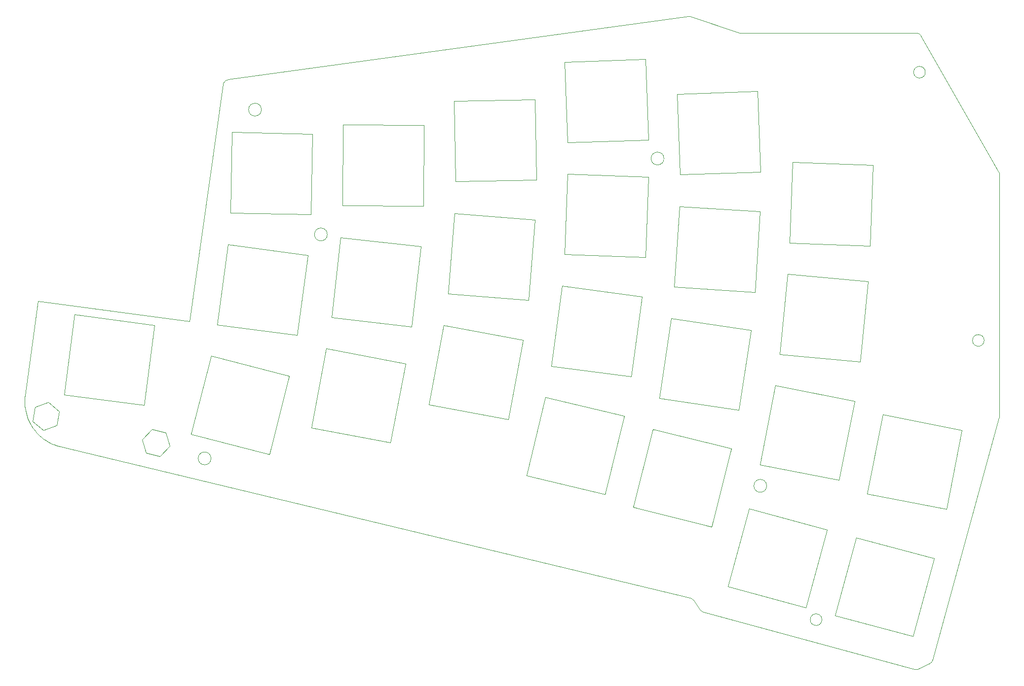
<source format=gbr>
%TF.GenerationSoftware,KiCad,Pcbnew,(6.0.5)*%
%TF.CreationDate,2022-07-11T13:34:44+09:00*%
%TF.ProjectId,ergotonic_f24_top,6572676f-746f-46e6-9963-5f6632345f74,rev?*%
%TF.SameCoordinates,Original*%
%TF.FileFunction,Profile,NP*%
%FSLAX46Y46*%
G04 Gerber Fmt 4.6, Leading zero omitted, Abs format (unit mm)*
G04 Created by KiCad (PCBNEW (6.0.5)) date 2022-07-11 13:34:44*
%MOMM*%
%LPD*%
G01*
G04 APERTURE LIST*
%TA.AperFunction,Profile*%
%ADD10C,0.090000*%
%TD*%
%ADD11C,0.090000*%
G04 APERTURE END LIST*
D10*
X-41900000Y-82000000D02*
G75*
G03*
X-41900000Y-82000000I-1100000J0D01*
G01*
X-32420321Y-104992094D02*
G75*
G03*
X-32420321Y-104992094I-1000000J0D01*
G01*
X-21985831Y-69738421D02*
X-24660219Y-83337653D01*
X-8386599Y-72412808D02*
X-21985831Y-69738421D01*
X-11060986Y-86012041D02*
X-8386599Y-72412808D01*
X-24660219Y-83337653D02*
X-11060986Y-86012041D01*
X-14684000Y-10941762D02*
G75*
G03*
X-14684000Y-10941762I-1000000J0D01*
G01*
X-137230513Y-77292745D02*
G75*
G03*
X-137230513Y-77292745I-1100000J0D01*
G01*
X-128582290Y-17371000D02*
G75*
G03*
X-128582290Y-17371000I-1100000J0D01*
G01*
X-117280307Y-38811769D02*
G75*
G03*
X-117280307Y-38811769I-1100000J0D01*
G01*
X-29487207Y-81037293D02*
X-26822743Y-67436057D01*
X-43088443Y-78372828D02*
X-29487207Y-81037293D01*
X-40423978Y-64771593D02*
X-43088443Y-78372828D01*
X-26822743Y-67436057D02*
X-40423978Y-64771593D01*
X-24132808Y-40747140D02*
X-23643805Y-26895993D01*
X-37983955Y-40258136D02*
X-24132808Y-40747140D01*
X-37494951Y-26406990D02*
X-37983955Y-40258136D01*
X-23643805Y-26895993D02*
X-37494951Y-26406990D01*
X-25844970Y-60699520D02*
X-24533700Y-46901411D01*
X-39643080Y-59388249D02*
X-25844970Y-60699520D01*
X-38331809Y-45590140D02*
X-39643080Y-59388249D01*
X-24533700Y-46901411D02*
X-38331809Y-45590140D01*
X-16768320Y-107863130D02*
X-13154261Y-94482849D01*
X-30148601Y-104249071D02*
X-16768320Y-107863130D01*
X-26534542Y-90868790D02*
X-30148601Y-104249071D01*
X-13154261Y-94482849D02*
X-26534542Y-90868790D01*
X-35158039Y-102895962D02*
X-31543951Y-89515710D01*
X-48538291Y-99281874D02*
X-35158039Y-102895962D01*
X-44924204Y-85901622D02*
X-48538291Y-99281874D01*
X-31543951Y-89515710D02*
X-44924204Y-85901622D01*
X-127244803Y-76573241D02*
X-123799538Y-63147917D01*
X-140670128Y-73127976D02*
X-127244803Y-76573241D01*
X-137224863Y-59702651D02*
X-140670128Y-73127976D01*
X-123799538Y-63147917D02*
X-137224863Y-59702651D01*
X-122430140Y-56137343D02*
X-120603791Y-42397922D01*
X-136169561Y-54310995D02*
X-122430140Y-56137343D01*
X-134343213Y-40571573D02*
X-136169561Y-54310995D01*
X-120603791Y-42397922D02*
X-134343213Y-40571573D01*
X-120070888Y-35385201D02*
X-119799510Y-21528290D01*
X-133927800Y-35113822D02*
X-120070888Y-35385201D01*
X-133656421Y-21256911D02*
X-133927800Y-35113822D01*
X-119799510Y-21528290D02*
X-133656421Y-21256911D01*
X-65114490Y-63246954D02*
X-63277360Y-49509404D01*
X-78852040Y-61409825D02*
X-65114490Y-63246954D01*
X-77014910Y-47672274D02*
X-78852040Y-61409825D01*
X-63277360Y-49509404D02*
X-77014910Y-47672274D01*
X-106426952Y-74603903D02*
X-103817965Y-60991739D01*
X-120039115Y-71994916D02*
X-106426952Y-74603903D01*
X-117430128Y-58382753D02*
X-120039115Y-71994916D01*
X-103817965Y-60991739D02*
X-117430128Y-58382753D01*
X-69598097Y-83473686D02*
X-66369393Y-69995151D01*
X-83076633Y-80244981D02*
X-69598097Y-83473686D01*
X-79847928Y-66766446D02*
X-83076633Y-80244981D01*
X-66369393Y-69995151D02*
X-79847928Y-66766446D01*
X-51324387Y-89040190D02*
X-47972439Y-75591838D01*
X-64772739Y-85688242D02*
X-51324387Y-89040190D01*
X-61420792Y-72239890D02*
X-64772739Y-85688242D01*
X-47972439Y-75591838D02*
X-61420792Y-72239890D01*
X-43908561Y-48704759D02*
X-43033012Y-34872868D01*
X-57740452Y-47829210D02*
X-43908561Y-48704759D01*
X-56864903Y-33997319D02*
X-57740452Y-47829210D01*
X-43033012Y-34872868D02*
X-56864903Y-33997319D01*
X-58310501Y-53204013D02*
X-60360814Y-66911531D01*
X-44602984Y-55254326D02*
X-58310501Y-53204013D01*
X-46653296Y-68961843D02*
X-44602984Y-55254326D01*
X-60360814Y-66911531D02*
X-46653296Y-68961843D01*
X-81426491Y-29471930D02*
X-81682353Y-15614352D01*
X-95284069Y-29727792D02*
X-81426491Y-29471930D01*
X-95539931Y-15870214D02*
X-95284069Y-29727792D01*
X-81682353Y-15614352D02*
X-95539931Y-15870214D01*
X-102786076Y-54653918D02*
X-101205912Y-40884131D01*
X-116555862Y-53073754D02*
X-102786076Y-54653918D01*
X-114975699Y-39303968D02*
X-116555862Y-53073754D01*
X-101205912Y-40884131D02*
X-114975699Y-39303968D01*
X-100784696Y-33923390D02*
X-100715678Y-20063107D01*
X-114644978Y-33854372D02*
X-100784696Y-33923390D01*
X-114575961Y-19994090D02*
X-114644978Y-33854372D01*
X-100715678Y-20063107D02*
X-114575961Y-19994090D01*
X-62216056Y-22556742D02*
X-62694451Y-8704887D01*
X-76067910Y-23035137D02*
X-62216056Y-22556742D01*
X-76546306Y-9183282D02*
X-76067910Y-23035137D01*
X-62694451Y-8704887D02*
X-76546306Y-9183282D01*
X-62707050Y-42743610D02*
X-62218053Y-28892457D01*
X-76558203Y-42254612D02*
X-62707050Y-42743610D01*
X-76069205Y-28403460D02*
X-76558203Y-42254612D01*
X-62218053Y-28892457D02*
X-76069205Y-28403460D01*
X-163703675Y-71603573D02*
X-163294363Y-69213499D01*
X-165978196Y-72444135D02*
X-163703675Y-71603573D01*
X-167843405Y-70894624D02*
X-165978196Y-72444135D01*
X-167434093Y-68504550D02*
X-167843405Y-70894624D01*
X-165159572Y-67663987D02*
X-167434093Y-68504550D01*
X-163294363Y-69213499D02*
X-165159572Y-67663987D01*
X-144333943Y-75178711D02*
X-145014079Y-72851179D01*
X-146009576Y-76931492D02*
X-144333943Y-75178711D01*
X-148365346Y-76356742D02*
X-146009576Y-76931492D01*
X-149045483Y-74029210D02*
X-148365346Y-76356742D01*
X-147369849Y-72276429D02*
X-149045483Y-74029210D01*
X-145014079Y-72851179D02*
X-147369849Y-72276429D01*
X-82744907Y-50087128D02*
X-81637026Y-36271749D01*
X-96560286Y-48979248D02*
X-82744907Y-50087128D01*
X-95452405Y-35163868D02*
X-96560286Y-48979248D01*
X-81637026Y-36271749D02*
X-95452405Y-35163868D01*
X-86230969Y-70573537D02*
X-83666784Y-56953202D01*
X-99851304Y-68009352D02*
X-86230969Y-70573537D01*
X-97287119Y-54389017D02*
X-99851304Y-68009352D01*
X-83666784Y-56953202D02*
X-97287119Y-54389017D01*
X-4586736Y-57018427D02*
G75*
G03*
X-4586736Y-57018427I-1000000J0D01*
G01*
X-148725385Y-68165155D02*
X-146892539Y-54426891D01*
X-162463649Y-66332309D02*
X-148725385Y-68165155D01*
X-160630803Y-52594045D02*
X-162463649Y-66332309D01*
X-146892539Y-54426891D02*
X-160630803Y-52594045D01*
X-59525543Y-25768284D02*
G75*
G03*
X-59525543Y-25768284I-1100000J0D01*
G01*
X-42943294Y-28053946D02*
X-43439855Y-14202438D01*
X-56794802Y-28550508D02*
X-42943294Y-28053946D01*
X-57291364Y-14698999D02*
X-56794802Y-28550508D01*
X-43439855Y-14202438D02*
X-57291364Y-14698999D01*
D11*
X-1999986Y-70110083D02*
X-1999986Y-29164930D01*
X-2035772Y-70375183D02*
X-2015445Y-70285224D01*
X-2003502Y-70193864D01*
X-1999986Y-70110083D01*
X-13438693Y-111849310D02*
X-2035772Y-70375183D01*
X-13956405Y-112478987D02*
X-13864276Y-112426746D01*
X-13778879Y-112365602D01*
X-13700764Y-112296227D01*
X-13630482Y-112219288D01*
X-13568583Y-112135458D01*
X-13515618Y-112045404D01*
X-13472138Y-111949798D01*
X-13438693Y-111849310D01*
X-15872395Y-113435109D02*
X-13956405Y-112478987D01*
X-16580965Y-113505410D02*
X-16491528Y-113525342D01*
X-16401214Y-113536958D01*
X-16310585Y-113540312D01*
X-16220204Y-113535460D01*
X-16130632Y-113522458D01*
X-16042431Y-113501361D01*
X-15956165Y-113472226D01*
X-15872395Y-113435109D01*
X-52718143Y-103693003D02*
X-16580965Y-113505410D01*
X-53265009Y-103315894D02*
X-53198005Y-103398468D01*
X-53123099Y-103473023D01*
X-53041021Y-103539052D01*
X-52952501Y-103596053D01*
X-52858270Y-103643522D01*
X-52759058Y-103680953D01*
X-52718143Y-103693003D01*
X-54518744Y-101591000D02*
X-53265009Y-103315894D01*
X-55094204Y-101206592D02*
X-54987859Y-101238453D01*
X-54886367Y-101281584D01*
X-54790568Y-101335423D01*
X-54701301Y-101399406D01*
X-54619408Y-101472974D01*
X-54545728Y-101555563D01*
X-54518744Y-101591000D01*
X-163072626Y-75283303D02*
X-55094204Y-101206592D01*
X-169130094Y-66411622D02*
X-169173499Y-66792850D01*
X-169198593Y-67172200D01*
X-169205706Y-67549190D01*
X-169195166Y-67923335D01*
X-169167304Y-68294154D01*
X-169122450Y-68661162D01*
X-169060933Y-69023877D01*
X-168983084Y-69381815D01*
X-168889232Y-69734494D01*
X-168779708Y-70081431D01*
X-168654841Y-70422141D01*
X-168514960Y-70756143D01*
X-168360397Y-71082953D01*
X-168191480Y-71402087D01*
X-168008540Y-71713063D01*
X-167811906Y-72015398D01*
X-167601909Y-72308608D01*
X-167378878Y-72592211D01*
X-167143143Y-72865723D01*
X-166895034Y-73128661D01*
X-166634881Y-73380542D01*
X-166363013Y-73620883D01*
X-166079761Y-73849201D01*
X-165785455Y-74065013D01*
X-165480424Y-74267835D01*
X-165164998Y-74457184D01*
X-164839507Y-74632578D01*
X-164504282Y-74793533D01*
X-164159651Y-74939566D01*
X-163805944Y-75070194D01*
X-163443493Y-75184934D01*
X-163072626Y-75283303D01*
X-166903292Y-50261682D02*
X-169130094Y-66411622D01*
X-140918875Y-53717759D02*
X-166903292Y-50261682D01*
X-135175470Y-13039751D02*
X-140918875Y-53717759D01*
X-134320936Y-12188812D02*
X-134442911Y-12213275D01*
X-134558971Y-12251917D01*
X-134668165Y-12303791D01*
X-134769542Y-12367949D01*
X-134862152Y-12443446D01*
X-134945045Y-12529335D01*
X-135017270Y-12624670D01*
X-135077878Y-12728505D01*
X-135125916Y-12839892D01*
X-135160436Y-12957885D01*
X-135175470Y-13039751D01*
X-55285321Y-1369124D02*
X-134320936Y-12188812D01*
X-54829276Y-1412597D02*
X-54926723Y-1385049D01*
X-55026126Y-1367540D01*
X-55126714Y-1360143D01*
X-55227716Y-1362930D01*
X-55285321Y-1369124D01*
X-46794538Y-4130196D02*
X-54829276Y-1412597D01*
X-46474144Y-4182927D02*
X-46565806Y-4178716D01*
X-46656554Y-4166147D01*
X-46745809Y-4145310D01*
X-46794538Y-4130196D01*
X-16276935Y-4182927D02*
X-46474144Y-4182927D01*
X-15408340Y-4687397D02*
X-15462336Y-4602874D01*
X-15523808Y-4525009D01*
X-15592133Y-4454164D01*
X-15666687Y-4390700D01*
X-15746848Y-4334978D01*
X-15831993Y-4287360D01*
X-15921499Y-4248209D01*
X-16014744Y-4217885D01*
X-16111103Y-4196749D01*
X-16209956Y-4185165D01*
X-16276935Y-4182927D01*
X-2131394Y-27959878D02*
X-15408340Y-4687397D01*
X-1999986Y-28455412D02*
X-2004734Y-28358085D01*
X-2018860Y-28262056D01*
X-2042187Y-28167990D01*
X-2074535Y-28076553D01*
X-2115728Y-27988411D01*
X-2131394Y-27959878D01*
X-1999986Y-29164930D02*
X-1999986Y-28455412D01*
M02*

</source>
